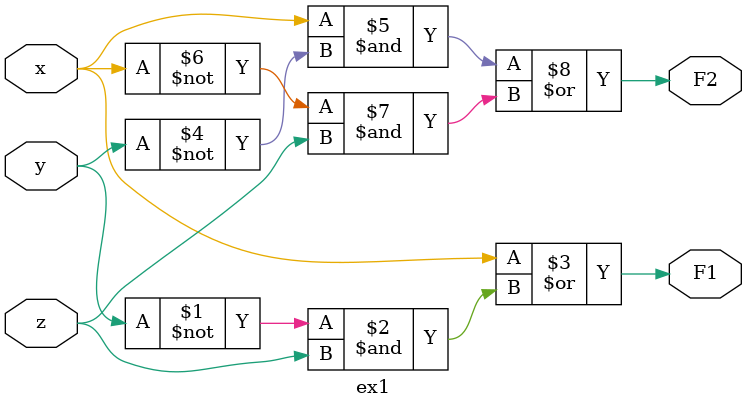
<source format=sv>
module ex1 (
    input logic x, y, z,
    output logic F1, F2
);
    assign F1 = x | (~y & z);
    assign F2 = x&(~y) | (~x)&z;
endmodule
</source>
